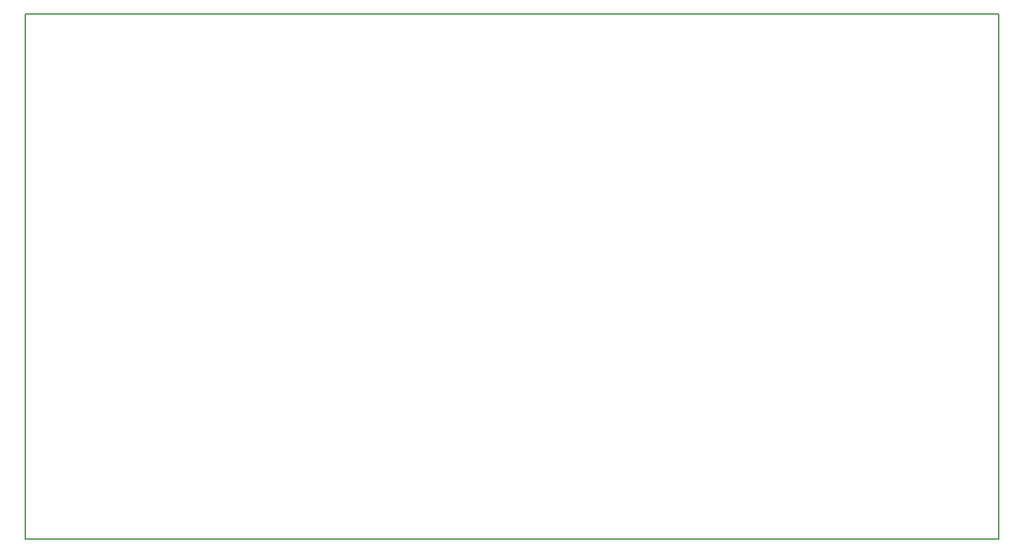
<source format=gm1>
G04 MADE WITH FRITZING*
G04 WWW.FRITZING.ORG*
G04 DOUBLE SIDED*
G04 HOLES PLATED*
G04 CONTOUR ON CENTER OF CONTOUR VECTOR*
%ASAXBY*%
%FSLAX23Y23*%
%MOIN*%
%OFA0B0*%
%SFA1.0B1.0*%
%ADD10R,4.881900X2.637800*%
%ADD11C,0.008000*%
%ADD10C,0.008*%
%LNCONTOUR*%
G90*
G70*
G54D10*
G54D11*
X4Y2634D02*
X4878Y2634D01*
X4878Y4D01*
X4Y4D01*
X4Y2634D01*
D02*
G04 End of contour*
M02*
</source>
